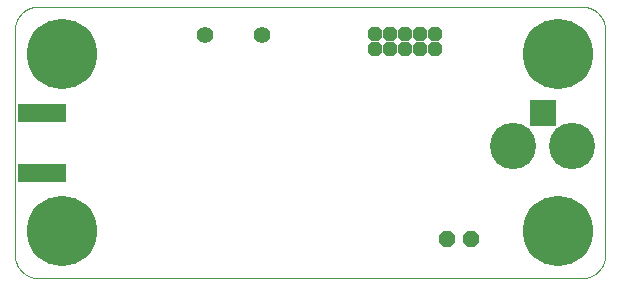
<source format=gbs>
G75*
%MOIN*%
%OFA0B0*%
%FSLAX25Y25*%
%IPPOS*%
%LPD*%
%AMOC8*
5,1,8,0,0,1.08239X$1,22.5*
%
%ADD10C,0.00000*%
%ADD11C,0.05600*%
%ADD12OC8,0.05550*%
%ADD13OC8,0.04762*%
%ADD14C,0.15424*%
%ADD15R,0.08668X0.08668*%
%ADD16R,0.16400X0.06400*%
%ADD17C,0.23400*%
D10*
X0010374Y0025790D02*
X0191476Y0025790D01*
X0191666Y0025792D01*
X0191856Y0025799D01*
X0192046Y0025811D01*
X0192236Y0025827D01*
X0192425Y0025847D01*
X0192614Y0025873D01*
X0192802Y0025902D01*
X0192989Y0025937D01*
X0193175Y0025976D01*
X0193360Y0026019D01*
X0193545Y0026067D01*
X0193728Y0026119D01*
X0193909Y0026175D01*
X0194089Y0026236D01*
X0194268Y0026302D01*
X0194445Y0026371D01*
X0194621Y0026445D01*
X0194794Y0026523D01*
X0194966Y0026606D01*
X0195135Y0026692D01*
X0195303Y0026782D01*
X0195468Y0026877D01*
X0195631Y0026975D01*
X0195791Y0027078D01*
X0195949Y0027184D01*
X0196104Y0027294D01*
X0196257Y0027407D01*
X0196407Y0027525D01*
X0196553Y0027646D01*
X0196697Y0027770D01*
X0196838Y0027898D01*
X0196976Y0028029D01*
X0197111Y0028164D01*
X0197242Y0028302D01*
X0197370Y0028443D01*
X0197494Y0028587D01*
X0197615Y0028733D01*
X0197733Y0028883D01*
X0197846Y0029036D01*
X0197956Y0029191D01*
X0198062Y0029349D01*
X0198165Y0029509D01*
X0198263Y0029672D01*
X0198358Y0029837D01*
X0198448Y0030005D01*
X0198534Y0030174D01*
X0198617Y0030346D01*
X0198695Y0030519D01*
X0198769Y0030695D01*
X0198838Y0030872D01*
X0198904Y0031051D01*
X0198965Y0031231D01*
X0199021Y0031412D01*
X0199073Y0031595D01*
X0199121Y0031780D01*
X0199164Y0031965D01*
X0199203Y0032151D01*
X0199238Y0032338D01*
X0199267Y0032526D01*
X0199293Y0032715D01*
X0199313Y0032904D01*
X0199329Y0033094D01*
X0199341Y0033284D01*
X0199348Y0033474D01*
X0199350Y0033664D01*
X0199350Y0108467D01*
X0199348Y0108657D01*
X0199341Y0108847D01*
X0199329Y0109037D01*
X0199313Y0109227D01*
X0199293Y0109416D01*
X0199267Y0109605D01*
X0199238Y0109793D01*
X0199203Y0109980D01*
X0199164Y0110166D01*
X0199121Y0110351D01*
X0199073Y0110536D01*
X0199021Y0110719D01*
X0198965Y0110900D01*
X0198904Y0111080D01*
X0198838Y0111259D01*
X0198769Y0111436D01*
X0198695Y0111612D01*
X0198617Y0111785D01*
X0198534Y0111957D01*
X0198448Y0112126D01*
X0198358Y0112294D01*
X0198263Y0112459D01*
X0198165Y0112622D01*
X0198062Y0112782D01*
X0197956Y0112940D01*
X0197846Y0113095D01*
X0197733Y0113248D01*
X0197615Y0113398D01*
X0197494Y0113544D01*
X0197370Y0113688D01*
X0197242Y0113829D01*
X0197111Y0113967D01*
X0196976Y0114102D01*
X0196838Y0114233D01*
X0196697Y0114361D01*
X0196553Y0114485D01*
X0196407Y0114606D01*
X0196257Y0114724D01*
X0196104Y0114837D01*
X0195949Y0114947D01*
X0195791Y0115053D01*
X0195631Y0115156D01*
X0195468Y0115254D01*
X0195303Y0115349D01*
X0195135Y0115439D01*
X0194966Y0115525D01*
X0194794Y0115608D01*
X0194621Y0115686D01*
X0194445Y0115760D01*
X0194268Y0115829D01*
X0194089Y0115895D01*
X0193909Y0115956D01*
X0193728Y0116012D01*
X0193545Y0116064D01*
X0193360Y0116112D01*
X0193175Y0116155D01*
X0192989Y0116194D01*
X0192802Y0116229D01*
X0192614Y0116258D01*
X0192425Y0116284D01*
X0192236Y0116304D01*
X0192046Y0116320D01*
X0191856Y0116332D01*
X0191666Y0116339D01*
X0191476Y0116341D01*
X0010374Y0116341D01*
X0010184Y0116339D01*
X0009994Y0116332D01*
X0009804Y0116320D01*
X0009614Y0116304D01*
X0009425Y0116284D01*
X0009236Y0116258D01*
X0009048Y0116229D01*
X0008861Y0116194D01*
X0008675Y0116155D01*
X0008490Y0116112D01*
X0008305Y0116064D01*
X0008122Y0116012D01*
X0007941Y0115956D01*
X0007761Y0115895D01*
X0007582Y0115829D01*
X0007405Y0115760D01*
X0007229Y0115686D01*
X0007056Y0115608D01*
X0006884Y0115525D01*
X0006715Y0115439D01*
X0006547Y0115349D01*
X0006382Y0115254D01*
X0006219Y0115156D01*
X0006059Y0115053D01*
X0005901Y0114947D01*
X0005746Y0114837D01*
X0005593Y0114724D01*
X0005443Y0114606D01*
X0005297Y0114485D01*
X0005153Y0114361D01*
X0005012Y0114233D01*
X0004874Y0114102D01*
X0004739Y0113967D01*
X0004608Y0113829D01*
X0004480Y0113688D01*
X0004356Y0113544D01*
X0004235Y0113398D01*
X0004117Y0113248D01*
X0004004Y0113095D01*
X0003894Y0112940D01*
X0003788Y0112782D01*
X0003685Y0112622D01*
X0003587Y0112459D01*
X0003492Y0112294D01*
X0003402Y0112126D01*
X0003316Y0111957D01*
X0003233Y0111785D01*
X0003155Y0111612D01*
X0003081Y0111436D01*
X0003012Y0111259D01*
X0002946Y0111080D01*
X0002885Y0110900D01*
X0002829Y0110719D01*
X0002777Y0110536D01*
X0002729Y0110351D01*
X0002686Y0110166D01*
X0002647Y0109980D01*
X0002612Y0109793D01*
X0002583Y0109605D01*
X0002557Y0109416D01*
X0002537Y0109227D01*
X0002521Y0109037D01*
X0002509Y0108847D01*
X0002502Y0108657D01*
X0002500Y0108467D01*
X0002500Y0033664D01*
X0002502Y0033474D01*
X0002509Y0033284D01*
X0002521Y0033094D01*
X0002537Y0032904D01*
X0002557Y0032715D01*
X0002583Y0032526D01*
X0002612Y0032338D01*
X0002647Y0032151D01*
X0002686Y0031965D01*
X0002729Y0031780D01*
X0002777Y0031595D01*
X0002829Y0031412D01*
X0002885Y0031231D01*
X0002946Y0031051D01*
X0003012Y0030872D01*
X0003081Y0030695D01*
X0003155Y0030519D01*
X0003233Y0030346D01*
X0003316Y0030174D01*
X0003402Y0030005D01*
X0003492Y0029837D01*
X0003587Y0029672D01*
X0003685Y0029509D01*
X0003788Y0029349D01*
X0003894Y0029191D01*
X0004004Y0029036D01*
X0004117Y0028883D01*
X0004235Y0028733D01*
X0004356Y0028587D01*
X0004480Y0028443D01*
X0004608Y0028302D01*
X0004739Y0028164D01*
X0004874Y0028029D01*
X0005012Y0027898D01*
X0005153Y0027770D01*
X0005297Y0027646D01*
X0005443Y0027525D01*
X0005593Y0027407D01*
X0005746Y0027294D01*
X0005901Y0027184D01*
X0006059Y0027078D01*
X0006219Y0026975D01*
X0006382Y0026877D01*
X0006547Y0026782D01*
X0006715Y0026692D01*
X0006884Y0026606D01*
X0007056Y0026523D01*
X0007229Y0026445D01*
X0007405Y0026371D01*
X0007582Y0026302D01*
X0007761Y0026236D01*
X0007941Y0026175D01*
X0008122Y0026119D01*
X0008305Y0026067D01*
X0008490Y0026019D01*
X0008675Y0025976D01*
X0008861Y0025937D01*
X0009048Y0025902D01*
X0009236Y0025873D01*
X0009425Y0025847D01*
X0009614Y0025827D01*
X0009804Y0025811D01*
X0009994Y0025799D01*
X0010184Y0025792D01*
X0010374Y0025790D01*
D11*
X0066000Y0106790D03*
X0085000Y0106790D03*
D12*
X0146563Y0038790D03*
X0154437Y0038790D03*
D13*
X0142500Y0102290D03*
X0137500Y0102290D03*
X0132500Y0102290D03*
X0127500Y0102290D03*
X0122500Y0102290D03*
X0122500Y0107290D03*
X0127500Y0107290D03*
X0132500Y0107290D03*
X0137500Y0107290D03*
X0142500Y0107290D03*
D14*
X0168657Y0069790D03*
X0188343Y0069790D03*
D15*
X0178500Y0080814D03*
D16*
X0011500Y0080790D03*
X0011500Y0060790D03*
D17*
X0018248Y0041538D03*
X0018248Y0100593D03*
X0183602Y0100593D03*
X0183602Y0041538D03*
M02*

</source>
